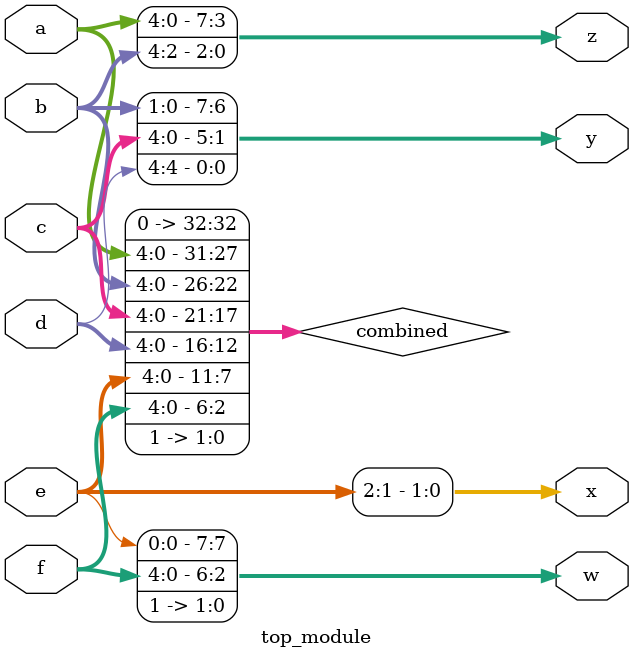
<source format=sv>
module top_module (
    input [4:0] a,
    input [4:0] b,
    input [4:0] c,
    input [4:0] d,
    input [4:0] e,
    input [4:0] f,
    output [7:0] w,
    output [7:8] x,
    output [7:0] y,
    output [7:0] z
);

    // Concatenate the inputs and the constant 2'b11
    wire [32:0] combined;
    assign combined = {a, b, c, d, e, f, 2'b11};

    // Assign concatenated values to the outputs
    assign w = combined[7:0];
    assign x = combined[15:8];
    assign y = combined[23:16];
    assign z = combined[31:24];

endmodule

</source>
